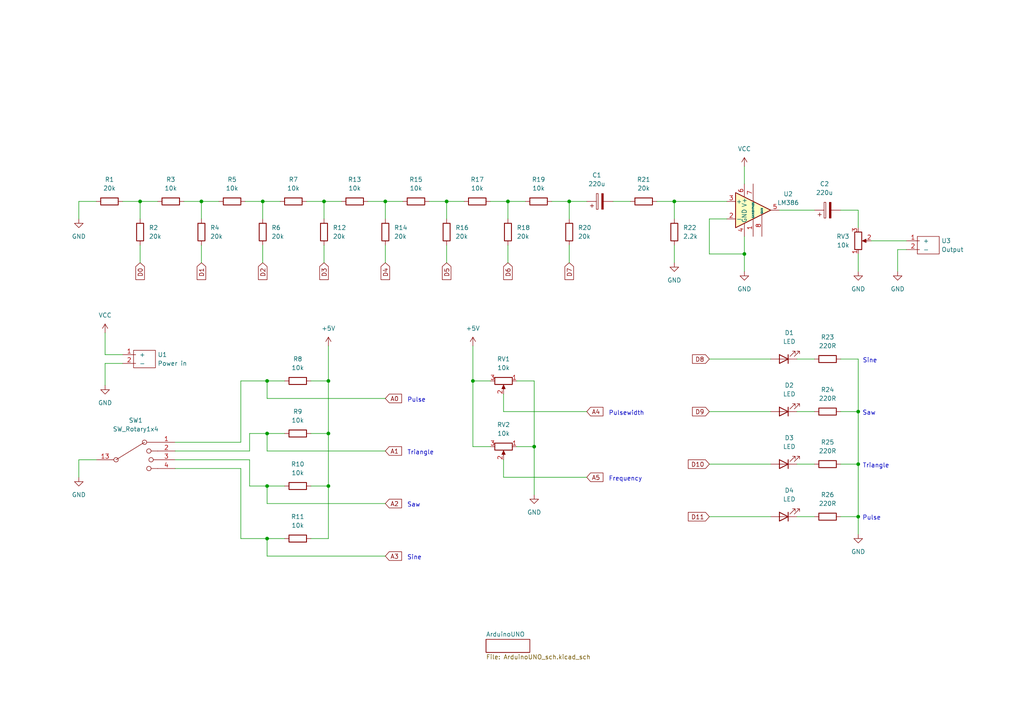
<source format=kicad_sch>
(kicad_sch (version 20211123) (generator eeschema)
  (paper "A4")
  (title_block (title "ardWaveformGenerator-AG") (date "2022-09-10") (rev "0.1"))
  (lib_symbols
    (symbol "Amplifier_Audio:LM386" (pin_names (offset 0.127))
      (property "Reference" "U" (at 1.27 7.62 0))
      (property "Value" "LM386" (at 1.27 5.08 0))
      (symbol "LM386_0_1"
        (polyline (pts (xy 5.08 0) (xy -5.08 5.08) (xy -5.08 -5.08) (xy 5.08 0)) (stroke (width 0.254)) (fill (type background)))
      )
      (symbol "LM386_1_1"
        (pin input line (at 0 -7.62 90) (length 5.08) (name "GAIN") (number "1"))
        (pin input line (at -7.62 -2.54 0) (length 2.54) (name "-") (number "2"))
        (pin input line (at -7.62 2.54 0) (length 2.54) (name "+") (number "3"))
        (pin power_in line (at -2.54 -7.62 90) (length 3.81) (name "GND") (number "4"))
        (pin output line (at 7.62 0 180) (length 2.54) (name "~") (number "5"))
        (pin power_in line (at -2.54 7.62 270) (length 3.81) (name "V+") (number "6"))
        (pin input line (at 0 7.62 270) (length 5.08) (name "BYPASS") (number "7"))
        (pin input line (at 2.54 -7.62 90) (length 6.35) (name "GAIN") (number "8"))
      )
    )
    (symbol "Device:C_Polarized" (pin_numbers hide) (pin_names (offset 0.254))
      (property "Reference" "C" (at 0.635 2.54 0))
      (property "Value" "C_Polarized" (at 0.635 -2.54 0))
      (symbol "C_Polarized_0_1"
        (rectangle (start -2.286 0.508) (end 2.286 1.016))
        (polyline (pts (xy -1.778 2.286) (xy -0.762 2.286)))
        (polyline (pts (xy -1.27 2.794) (xy -1.27 1.778)))
        (rectangle (start 2.286 -0.508) (end -2.286 -1.016) (fill (type outline)))
      )
      (symbol "C_Polarized_1_1"
        (pin passive line (at 0 3.81 270) (length 2.794) (name "~") (number "1"))
        (pin passive line (at 0 -3.81 90) (length 2.794) (name "~") (number "2"))
      )
    )
    (symbol "Device:LED" (pin_numbers hide) (pin_names (offset 1.016) hide)
      (property "Reference" "D" (at 0 2.54 0))
      (property "Value" "LED" (at 0 -2.54 0))
      (symbol "LED_0_1"
        (polyline (pts (xy -1.27 -1.27) (xy -1.27 1.27)) (stroke (width 0.254)))
        (polyline (pts (xy -1.27 0) (xy 1.27 0)))
        (polyline (pts (xy 1.27 -1.27) (xy 1.27 1.27) (xy -1.27 0) (xy 1.27 -1.27)) (stroke (width 0.254)))
        (polyline (pts (xy -3.048 -0.762) (xy -4.572 -2.286) (xy -3.81 -2.286) (xy -4.572 -2.286) (xy -4.572 -1.524)))
        (polyline (pts (xy -1.778 -0.762) (xy -3.302 -2.286) (xy -2.54 -2.286) (xy -3.302 -2.286) (xy -3.302 -1.524)))
      )
      (symbol "LED_1_1"
        (pin passive line (at -3.81 0 0) (length 2.54) (name "K") (number "1"))
        (pin passive line (at 3.81 0 180) (length 2.54) (name "A") (number "2"))
      )
    )
    (symbol "Device:R" (pin_numbers hide) (pin_names (offset 0))
      (property "Reference" "R" (at 2.032 0 90))
      (property "Value" "R" (at 0 0 90))
      (symbol "R_0_1"
        (rectangle (start -1.016 -2.54) (end 1.016 2.54) (stroke (width 0.254)))
      )
      (symbol "R_1_1"
        (pin passive line (at 0 3.81 270) (length 1.27) (name "~") (number "1"))
        (pin passive line (at 0 -3.81 90) (length 1.27) (name "~") (number "2"))
      )
    )
    (symbol "Device:R_Potentiometer" (pin_names (offset 1.016) hide)
      (property "Reference" "RV" (at -4.445 0 90))
      (property "Value" "R_Potentiometer" (at -2.54 0 90))
      (symbol "R_Potentiometer_0_1"
        (polyline (pts (xy 2.54 0) (xy 1.524 0)))
        (polyline (pts (xy 1.143 0) (xy 2.286 0.508) (xy 2.286 -0.508) (xy 1.143 0)) (fill (type outline)))
        (rectangle (start 1.016 2.54) (end -1.016 -2.54) (stroke (width 0.254)))
      )
      (symbol "R_Potentiometer_1_1"
        (pin passive line (at 0 3.81 270) (length 1.27) (name "1") (number "1"))
        (pin passive line (at 3.81 0 180) (length 1.27) (name "2") (number "2"))
        (pin passive line (at 0 -3.81 90) (length 1.27) (name "3") (number "3"))
      )
    )
    (symbol "My_Parts:2-pole_out_screw_terminal" (pin_names (offset 1.016))
      (property "Reference" "U" (at 4.445 3.175 0))
      (property "Value" "2-pole_out_screw_terminal" (at 6.35 -5.715 0))
      (symbol "2-pole_out_screw_terminal_0_1"
        (rectangle (start 3.175 1.27) (end 9.525 -3.81))
      )
      (symbol "2-pole_out_screw_terminal_1_1"
        (pin output line (at 0 0 0) (length 3.81) (name "+") (number "1"))
        (pin output line (at 0 -2.54 0) (length 3.81) (name "-") (number "2"))
      )
    )
    (symbol "My_Parts:2-pole_power_in_screw_terminal" (pin_names (offset 1.016))
      (property "Reference" "U" (at 4.445 3.175 0))
      (property "Value" "2-pole_power_in_screw_terminal" (at 6.35 -5.715 0))
      (symbol "2-pole_power_in_screw_terminal_0_1"
        (rectangle (start 3.175 1.27) (end 9.525 -3.81))
      )
      (symbol "2-pole_power_in_screw_terminal_1_1"
        (pin power_in line (at 0 0 0) (length 3.81) (name "+") (number "1"))
        (pin power_in line (at 0 -2.54 0) (length 3.81) (name "-") (number "2"))
      )
    )
    (symbol "My_Parts:SW_Rotary1x4" (pin_names (offset 1.016) hide)
      (property "Reference" "SW" (at 10.16 7.62 0))
      (property "Value" "SW_Rotary1x4" (at 12.7 -5.715 0))
      (symbol "SW_Rotary1x4_0_0"
        (polyline (pts (xy 5.715 0) (xy 13.97 5.08)))
        (polyline (pts (xy 14.605 5.08) (xy 17.78 5.08)))
        (polyline (pts (xy 15.875 -2.54) (xy 17.78 -2.54)))
        (polyline (pts (xy 15.875 2.54) (xy 17.78 2.54)))
        (polyline (pts (xy 16.51 0) (xy 17.78 0)))
        (circle (center 5.715 0) (radius 0.635))
        (circle (center 13.97 5.08) (radius 0.635))
        (circle (center 15.24 -2.54) (radius 0.635))
        (circle (center 15.24 2.54) (radius 0.635))
        (circle (center 15.875 0) (radius 0.635))
      )
      (symbol "SW_Rotary1x4_0_1"
        (pin passive line (at 22.86 5.08 180) (length 5.08) (name "1") (number "1"))
        (pin passive line (at 0 0 0) (length 5.08) (name "13") (number "13"))
        (pin passive line (at 22.86 2.54 180) (length 5.08) (name "2") (number "2"))
        (pin passive line (at 22.86 0 180) (length 5.08) (name "3") (number "3"))
        (pin passive line (at 22.86 -2.54 180) (length 5.08) (name "4") (number "4"))
      )
    )
    (symbol "power:+5V" (power) (pin_names (offset 0))
      (property "Value" "+5V" (at 0 3.556 0))
      (symbol "+5V_0_1"
        (polyline (pts (xy -0.762 1.27) (xy 0 2.54)))
        (polyline (pts (xy 0 0) (xy 0 2.54)))
        (polyline (pts (xy 0 2.54) (xy 0.762 1.27)))
      )
      (symbol "+5V_1_1"
        (pin power_in line (at 0 0 90) (length 0) hide (name "+5V") (number "1"))
      )
    )
    (symbol "power:GND" (power) (pin_names (offset 0))
      (property "Value" "GND" (at 0 -3.81 0))
      (symbol "GND_0_1"
        (polyline (pts (xy 0 0) (xy 0 -1.27) (xy 1.27 -1.27) (xy 0 -2.54) (xy -1.27 -1.27) (xy 0 -1.27)))
      )
      (symbol "GND_1_1"
        (pin power_in line (at 0 0 270) (length 0) hide (name "GND") (number "1"))
      )
    )
    (symbol "power:VCC" (power) (pin_names (offset 0))
      (property "Value" "VCC" (at 0 3.81 0))
      (symbol "VCC_0_1"
        (polyline (pts (xy -0.762 1.27) (xy 0 2.54)))
        (polyline (pts (xy 0 0) (xy 0 2.54)))
        (polyline (pts (xy 0 2.54) (xy 0.762 1.27)))
      )
      (symbol "VCC_1_1"
        (pin power_in line (at 0 0 90) (length 0) hide (name "VCC") (number "1"))
      )
    )
  )
  (junction (at 77.47 140.97))
  (junction (at 77.47 110.49))
  (junction (at 95.25 125.73))
  (junction (at 215.9 73.66))
  (junction (at 154.94 129.54))
  (junction (at 248.92 149.86))
  (junction (at 76.2 58.42))
  (junction (at 40.64 58.42))
  (junction (at 95.25 140.97))
  (junction (at 58.42 58.42))
  (junction (at 147.32 58.42))
  (junction (at 111.76 58.42))
  (junction (at 248.92 134.62))
  (junction (at 77.47 156.21))
  (junction (at 248.92 119.38))
  (junction (at 165.1 58.42))
  (junction (at 129.54 58.42))
  (junction (at 93.98 58.42))
  (junction (at 77.47 125.73))
  (junction (at 95.25 110.49))
  (junction (at 195.58 58.42))
  (junction (at 137.16 110.49))
  (wire (pts (xy 248.92 149.86) (xy 248.92 134.62)))
  (wire (pts (xy 205.74 73.66) (xy 205.74 63.5)))
  (wire (pts (xy 27.94 58.42) (xy 22.86 58.42)))
  (wire (pts (xy 111.76 58.42) (xy 106.68 58.42)))
  (wire (pts (xy 93.98 58.42) (xy 99.06 58.42)))
  (wire (pts (xy 262.89 72.39) (xy 260.35 72.39)))
  (wire (pts (xy 111.76 58.42) (xy 116.84 58.42)))
  (wire (pts (xy 252.73 69.85) (xy 262.89 69.85)))
  (wire (pts (xy 215.9 73.66) (xy 205.74 73.66)))
  (wire (pts (xy 111.76 130.81) (xy 77.47 130.81)))
  (wire (pts (xy 129.54 58.42) (xy 134.62 58.42)))
  (wire (pts (xy 77.47 146.05) (xy 77.47 140.97)))
  (wire (pts (xy 111.76 63.5) (xy 111.76 58.42)))
  (wire (pts (xy 154.94 129.54) (xy 154.94 110.49)))
  (wire (pts (xy 77.47 110.49) (xy 69.85 110.49)))
  (wire (pts (xy 147.32 71.12) (xy 147.32 76.2)))
  (wire (pts (xy 248.92 134.62) (xy 243.84 134.62)))
  (wire (pts (xy 154.94 143.51) (xy 154.94 129.54)))
  (wire (pts (xy 195.58 58.42) (xy 210.82 58.42)))
  (wire (pts (xy 165.1 58.42) (xy 170.18 58.42)))
  (wire (pts (xy 231.14 149.86) (xy 236.22 149.86)))
  (wire (pts (xy 248.92 154.94) (xy 248.92 149.86)))
  (wire (pts (xy 231.14 104.14) (xy 236.22 104.14)))
  (wire (pts (xy 95.25 125.73) (xy 90.17 125.73)))
  (wire (pts (xy 40.64 71.12) (xy 40.64 76.2)))
  (wire (pts (xy 142.24 129.54) (xy 137.16 129.54)))
  (wire (pts (xy 170.18 138.43) (xy 146.05 138.43)))
  (wire (pts (xy 95.25 140.97) (xy 90.17 140.97)))
  (wire (pts (xy 205.74 134.62) (xy 223.52 134.62)))
  (wire (pts (xy 248.92 149.86) (xy 243.84 149.86)))
  (wire (pts (xy 95.25 125.73) (xy 95.25 110.49)))
  (wire (pts (xy 226.06 60.96) (xy 236.22 60.96)))
  (wire (pts (xy 165.1 71.12) (xy 165.1 76.2)))
  (wire (pts (xy 215.9 68.58) (xy 215.9 73.66)))
  (wire (pts (xy 58.42 58.42) (xy 53.34 58.42)))
  (wire (pts (xy 205.74 119.38) (xy 223.52 119.38)))
  (wire (pts (xy 22.86 133.35) (xy 22.86 138.43)))
  (wire (pts (xy 205.74 63.5) (xy 210.82 63.5)))
  (wire (pts (xy 111.76 146.05) (xy 77.47 146.05)))
  (wire (pts (xy 77.47 156.21) (xy 69.85 156.21)))
  (wire (pts (xy 93.98 71.12) (xy 93.98 76.2)))
  (wire (pts (xy 95.25 110.49) (xy 90.17 110.49)))
  (wire (pts (xy 205.74 149.86) (xy 223.52 149.86)))
  (wire (pts (xy 40.64 63.5) (xy 40.64 58.42)))
  (wire (pts (xy 205.74 104.14) (xy 223.52 104.14)))
  (wire (pts (xy 129.54 71.12) (xy 129.54 76.2)))
  (wire (pts (xy 77.47 130.81) (xy 77.47 125.73)))
  (wire (pts (xy 147.32 58.42) (xy 142.24 58.42)))
  (wire (pts (xy 248.92 60.96) (xy 243.84 60.96)))
  (wire (pts (xy 77.47 110.49) (xy 82.55 110.49)))
  (wire (pts (xy 58.42 63.5) (xy 58.42 58.42)))
  (wire (pts (xy 260.35 72.39) (xy 260.35 78.74)))
  (wire (pts (xy 165.1 63.5) (xy 165.1 58.42)))
  (wire (pts (xy 165.1 58.42) (xy 160.02 58.42)))
  (wire (pts (xy 77.47 156.21) (xy 82.55 156.21)))
  (wire (pts (xy 69.85 110.49) (xy 69.85 128.27)))
  (wire (pts (xy 35.56 102.87) (xy 30.48 102.87)))
  (wire (pts (xy 95.25 140.97) (xy 95.25 125.73)))
  (wire (pts (xy 50.8 135.89) (xy 69.85 135.89)))
  (wire (pts (xy 137.16 129.54) (xy 137.16 110.49)))
  (wire (pts (xy 72.39 140.97) (xy 77.47 140.97)))
  (wire (pts (xy 170.18 119.38) (xy 146.05 119.38)))
  (wire (pts (xy 137.16 110.49) (xy 142.24 110.49)))
  (wire (pts (xy 248.92 104.14) (xy 243.84 104.14)))
  (wire (pts (xy 231.14 134.62) (xy 236.22 134.62)))
  (wire (pts (xy 248.92 73.66) (xy 248.92 78.74)))
  (wire (pts (xy 177.8 58.42) (xy 182.88 58.42)))
  (wire (pts (xy 129.54 63.5) (xy 129.54 58.42)))
  (wire (pts (xy 95.25 156.21) (xy 95.25 140.97)))
  (wire (pts (xy 248.92 134.62) (xy 248.92 119.38)))
  (wire (pts (xy 146.05 138.43) (xy 146.05 133.35)))
  (wire (pts (xy 215.9 73.66) (xy 215.9 78.74)))
  (wire (pts (xy 72.39 140.97) (xy 72.39 133.35)))
  (wire (pts (xy 111.76 161.29) (xy 77.47 161.29)))
  (wire (pts (xy 146.05 119.38) (xy 146.05 114.3)))
  (wire (pts (xy 154.94 110.49) (xy 149.86 110.49)))
  (wire (pts (xy 72.39 125.73) (xy 72.39 130.81)))
  (wire (pts (xy 215.9 48.26) (xy 215.9 53.34)))
  (wire (pts (xy 72.39 130.81) (xy 50.8 130.81)))
  (wire (pts (xy 50.8 133.35) (xy 72.39 133.35)))
  (wire (pts (xy 27.94 133.35) (xy 22.86 133.35)))
  (wire (pts (xy 77.47 161.29) (xy 77.47 156.21)))
  (wire (pts (xy 77.47 125.73) (xy 82.55 125.73)))
  (wire (pts (xy 195.58 71.12) (xy 195.58 76.2)))
  (wire (pts (xy 35.56 105.41) (xy 30.48 105.41)))
  (wire (pts (xy 111.76 71.12) (xy 111.76 76.2)))
  (wire (pts (xy 147.32 63.5) (xy 147.32 58.42)))
  (wire (pts (xy 95.25 100.33) (xy 95.25 110.49)))
  (wire (pts (xy 22.86 58.42) (xy 22.86 63.5)))
  (wire (pts (xy 77.47 140.97) (xy 82.55 140.97)))
  (wire (pts (xy 76.2 58.42) (xy 81.28 58.42)))
  (wire (pts (xy 248.92 119.38) (xy 248.92 104.14)))
  (wire (pts (xy 147.32 58.42) (xy 152.4 58.42)))
  (wire (pts (xy 190.5 58.42) (xy 195.58 58.42)))
  (wire (pts (xy 111.76 115.57) (xy 77.47 115.57)))
  (wire (pts (xy 93.98 58.42) (xy 88.9 58.42)))
  (wire (pts (xy 76.2 63.5) (xy 76.2 58.42)))
  (wire (pts (xy 58.42 71.12) (xy 58.42 76.2)))
  (wire (pts (xy 77.47 115.57) (xy 77.47 110.49)))
  (wire (pts (xy 40.64 58.42) (xy 45.72 58.42)))
  (wire (pts (xy 50.8 128.27) (xy 69.85 128.27)))
  (wire (pts (xy 129.54 58.42) (xy 124.46 58.42)))
  (wire (pts (xy 58.42 58.42) (xy 63.5 58.42)))
  (wire (pts (xy 76.2 58.42) (xy 71.12 58.42)))
  (wire (pts (xy 30.48 105.41) (xy 30.48 111.76)))
  (wire (pts (xy 231.14 119.38) (xy 236.22 119.38)))
  (wire (pts (xy 77.47 125.73) (xy 72.39 125.73)))
  (wire (pts (xy 248.92 119.38) (xy 243.84 119.38)))
  (wire (pts (xy 195.58 58.42) (xy 195.58 63.5)))
  (wire (pts (xy 149.86 129.54) (xy 154.94 129.54)))
  (wire (pts (xy 76.2 71.12) (xy 76.2 76.2)))
  (wire (pts (xy 30.48 102.87) (xy 30.48 96.52)))
  (wire (pts (xy 69.85 135.89) (xy 69.85 156.21)))
  (wire (pts (xy 137.16 110.49) (xy 137.16 100.33)))
  (wire (pts (xy 248.92 66.04) (xy 248.92 60.96)))
  (wire (pts (xy 40.64 58.42) (xy 35.56 58.42)))
  (wire (pts (xy 93.98 63.5) (xy 93.98 58.42)))
  (wire (pts (xy 90.17 156.21) (xy 95.25 156.21)))
  (text "Saw" (at 118.0678 147.245 0) (effects (font (size 1.27 1.27)) (justify left bottom)))
  (text "Sine" (at 250.19 105.41 0) (effects (font (size 1.27 1.27)) (justify left bottom)))
  (text "Pulse" (at 250.1247 151.0317 0) (effects (font (size 1.27 1.27)) (justify left bottom)))
  (text "Frequency" (at 176.53 139.7 0) (effects (font (size 1.27 1.27)) (justify left bottom)))
  (text "Pulse" (at 118.11 116.84 0) (effects (font (size 1.27 1.27)) (justify left bottom)))
  (text "Triangle" (at 250.19 135.89 0) (effects (font (size 1.27 1.27)) (justify left bottom)))
  (text "Sine" (at 118.0678 162.5321 0) (effects (font (size 1.27 1.27)) (justify left bottom)))
  (text "Saw" (at 250.1247 120.5978 0) (effects (font (size 1.27 1.27)) (justify left bottom)))
  (text "Triangle" (at 118.11 132.08 0) (effects (font (size 1.27 1.27)) (justify left bottom)))
  (text "Pulsewidth" (at 176.53 120.65 0) (effects (font (size 1.27 1.27)) (justify left bottom)))
  (global_label "A3" (shape input) (at 111.76 161.29 0) (property "Intersheet References" "${INTERSHEET_REFS}" (effects hide)))
  (global_label "A5" (shape input) (at 170.18 138.43 0) (property "Intersheet References" "${INTERSHEET_REFS}" (effects hide)))
  (global_label "D3" (shape input) (at 93.98 76.2 270) (property "Intersheet References" "${INTERSHEET_REFS}" (effects hide)))
  (global_label "A4" (shape input) (at 170.18 119.38 0) (property "Intersheet References" "${INTERSHEET_REFS}" (effects hide)))
  (global_label "D4" (shape input) (at 111.76 76.2 270) (property "Intersheet References" "${INTERSHEET_REFS}" (effects hide)))
  (global_label "D2" (shape input) (at 76.2 76.2 270) (property "Intersheet References" "${INTERSHEET_REFS}" (effects hide)))
  (global_label "A1" (shape input) (at 111.76 130.81 0) (property "Intersheet References" "${INTERSHEET_REFS}" (effects hide)))
  (global_label "D11" (shape input) (at 205.74 149.86 180) (property "Intersheet References" "${INTERSHEET_REFS}" (effects hide)))
  (global_label "D8" (shape input) (at 205.74 104.14 180) (property "Intersheet References" "${INTERSHEET_REFS}" (effects hide)))
  (global_label "A2" (shape input) (at 111.76 146.05 0) (property "Intersheet References" "${INTERSHEET_REFS}" (effects hide)))
  (global_label "D7" (shape input) (at 165.1 76.2 270) (property "Intersheet References" "${INTERSHEET_REFS}" (effects hide)))
  (global_label "D10" (shape input) (at 205.74 134.62 180) (property "Intersheet References" "${INTERSHEET_REFS}" (effects hide)))
  (global_label "A0" (shape input) (at 111.76 115.57 0) (property "Intersheet References" "${INTERSHEET_REFS}" (effects hide)))
  (global_label "D5" (shape input) (at 129.54 76.2 270) (property "Intersheet References" "${INTERSHEET_REFS}" (effects hide)))
  (global_label "D9" (shape input) (at 205.74 119.38 180) (property "Intersheet References" "${INTERSHEET_REFS}" (effects hide)))
  (global_label "D1" (shape input) (at 58.42 76.2 270) (property "Intersheet References" "${INTERSHEET_REFS}" (effects hide)))
  (global_label "D0" (shape input) (at 40.64 76.2 270) (property "Intersheet References" "${INTERSHEET_REFS}" (effects hide)))
  (global_label "D6" (shape input) (at 147.32 76.2 270) (property "Intersheet References" "${INTERSHEET_REFS}" (effects hide)))
  (symbol (lib_id "Device:R") (at 156.21 58.42 90) (unit 1)
    (property "Reference" "R19" (at 156.21 52.07 90))
    (property "Value" "10k" (at 156.21 54.61 90))
    (property "Footprint" "My_Misc:R_Axial_DIN0207_L6.3mm_D2.5mm_P10.16mm_Horizontal_large" (effects hide))
  )
  (symbol (lib_id "power:GND") (at 248.92 78.74 0) (unit 1)
    (property "Reference" "#PWR011" (effects hide))
    (property "Value" "GND" (at 248.92 83.82 0))
  )
  (symbol (lib_id "power:+5V") (at 95.25 100.33 0) (unit 1)
    (property "Reference" "#PWR05" (effects hide))
    (property "Value" "+5V" (at 95.25 95.25 0))
  )
  (symbol (lib_id "power:GND") (at 260.35 78.74 0) (unit 1)
    (property "Reference" "#PWR013" (effects hide))
    (property "Value" "GND" (at 260.35 83.82 0))
  )
  (symbol (lib_id "power:GND") (at 22.86 138.43 0) (unit 1)
    (property "Reference" "#PWR02" (effects hide))
    (property "Value" "GND" (at 22.86 143.51 0))
  )
  (symbol (lib_id "power:VCC") (at 30.48 96.52 0) (unit 1)
    (property "Reference" "#PWR03" (effects hide))
    (property "Value" "VCC" (at 30.48 91.44 0))
  )
  (symbol (lib_id "power:GND") (at 154.94 143.51 0) (unit 1)
    (property "Reference" "#PWR07" (effects hide))
    (property "Value" "GND" (at 154.94 148.59 0))
  )
  (symbol (lib_id "Device:R") (at 93.98 67.31 180) (unit 1)
    (property "Reference" "R12" (at 96.52 66.0399 0) (effects (justify right)))
    (property "Value" "20k" (at 96.52 68.5799 0) (effects (justify right)))
    (property "Footprint" "My_Parts:R_Axial_parallell_DIN0207_L6.3mm_D2.5mm_P10.16mm_Horizontal_large" (effects hide))
  )
  (symbol (lib_id "Device:R_Potentiometer") (at 146.05 129.54 270) (unit 1)
    (property "Reference" "RV2" (at 146.05 123.19 90))
    (property "Value" "10k" (at 146.05 125.73 90))
    (property "Footprint" "My_Headers:3-pin JST Potentiometer" (effects hide))
  )
  (symbol (lib_id "Device:R") (at 195.58 67.31 0) (unit 1)
    (property "Reference" "R22" (at 198.12 66.0399 0) (effects (justify left)))
    (property "Value" "2.2k" (at 198.12 68.5799 0) (effects (justify left)))
    (property "Footprint" "My_Misc:R_Axial_DIN0207_L6.3mm_D2.5mm_P10.16mm_Horizontal_large" (effects hide))
  )
  (symbol (lib_id "Device:R") (at 240.03 119.38 90) (unit 1)
    (property "Reference" "R24" (at 240.03 113.03 90))
    (property "Value" "220R" (at 240.03 115.57 90))
    (property "Footprint" "My_Misc:R_Axial_DIN0207_L6.3mm_D2.5mm_P10.16mm_Horizontal_large" (effects hide))
  )
  (symbol (lib_id "Device:R") (at 147.32 67.31 180) (unit 1)
    (property "Reference" "R18" (at 149.86 66.0399 0) (effects (justify right)))
    (property "Value" "20k" (at 149.86 68.5799 0) (effects (justify right)))
    (property "Footprint" "My_Parts:R_Axial_parallell_DIN0207_L6.3mm_D2.5mm_P10.16mm_Horizontal_large" (effects hide))
  )
  (symbol (lib_id "power:GND") (at 248.92 154.94 0) (unit 1)
    (property "Reference" "#PWR012" (effects hide))
    (property "Value" "GND" (at 248.92 160.02 0))
  )
  (symbol (lib_id "Device:R") (at 31.75 58.42 90) (unit 1)
    (property "Reference" "R1" (at 31.75 52.07 90))
    (property "Value" "20k" (at 31.75 54.61 90))
    (property "Footprint" "My_Parts:R_Axial_parallell_DIN0207_L6.3mm_D2.5mm_P10.16mm_Horizontal_large" (effects hide))
  )
  (symbol (lib_id "Device:R") (at 86.36 110.49 90) (unit 1)
    (property "Reference" "R8" (at 86.36 104.14 90))
    (property "Value" "10k" (at 86.36 106.68 90))
    (property "Footprint" "My_Misc:R_Axial_DIN0207_L6.3mm_D2.5mm_P10.16mm_Horizontal_large" (effects hide))
  )
  (symbol (lib_id "Device:R") (at 240.03 149.86 90) (unit 1)
    (property "Reference" "R26" (at 240.03 143.51 90))
    (property "Value" "220R" (at 240.03 146.05 90))
    (property "Footprint" "My_Misc:R_Axial_DIN0207_L6.3mm_D2.5mm_P10.16mm_Horizontal_large" (effects hide))
  )
  (symbol (lib_id "power:GND") (at 30.48 111.76 0) (unit 1)
    (property "Reference" "#PWR04" (effects hide))
    (property "Value" "GND" (at 30.48 116.84 0))
  )
  (symbol (lib_id "Device:C_Polarized") (at 240.03 60.96 90) (unit 1)
    (property "Reference" "C2" (at 239.141 53.34 90))
    (property "Value" "220u" (at 239.141 55.88 90))
    (property "Footprint" "My_Misc:CP_Radial_D8.0mm_P3.50mm_large" (effects hide))
  )
  (symbol (lib_id "Device:R") (at 58.42 67.31 180) (unit 1)
    (property "Reference" "R4" (at 60.96 66.0399 0) (effects (justify right)))
    (property "Value" "20k" (at 60.96 68.5799 0) (effects (justify right)))
    (property "Footprint" "My_Parts:R_Axial_parallell_DIN0207_L6.3mm_D2.5mm_P10.16mm_Horizontal_large" (effects hide))
  )
  (symbol (lib_id "Device:LED") (at 227.33 134.62 180) (unit 1)
    (property "Reference" "D3" (at 228.9175 127 0))
    (property "Value" "LED" (at 228.9175 129.54 0))
    (property "Footprint" "My_Misc:LED_D5.0mm_large" (effects hide))
  )
  (symbol (lib_id "Device:R") (at 102.87 58.42 90) (unit 1)
    (property "Reference" "R13" (at 102.87 52.07 90))
    (property "Value" "10k" (at 102.87 54.61 90))
    (property "Footprint" "My_Misc:R_Axial_DIN0207_L6.3mm_D2.5mm_P10.16mm_Horizontal_large" (effects hide))
  )
  (symbol (lib_id "Device:R") (at 86.36 156.21 90) (unit 1)
    (property "Reference" "R11" (at 86.36 149.86 90))
    (property "Value" "10k" (at 86.36 152.4 90))
    (property "Footprint" "My_Misc:R_Axial_DIN0207_L6.3mm_D2.5mm_P10.16mm_Horizontal_large" (effects hide))
  )
  (symbol (lib_id "Device:R") (at 186.69 58.42 90) (unit 1)
    (property "Reference" "R21" (at 186.69 52.07 90))
    (property "Value" "20k" (at 186.69 54.61 90))
    (property "Footprint" "My_Parts:R_Axial_parallell_DIN0207_L6.3mm_D2.5mm_P10.16mm_Horizontal_large" (effects hide))
  )
  (symbol (lib_id "Device:R") (at 240.03 104.14 90) (unit 1)
    (property "Reference" "R23" (at 240.03 97.79 90))
    (property "Value" "220R" (at 240.03 100.33 90))
    (property "Footprint" "My_Misc:R_Axial_DIN0207_L6.3mm_D2.5mm_P10.16mm_Horizontal_large" (effects hide))
  )
  (symbol (lib_id "Device:R") (at 76.2 67.31 180) (unit 1)
    (property "Reference" "R6" (at 78.74 66.0399 0) (effects (justify right)))
    (property "Value" "20k" (at 78.74 68.5799 0) (effects (justify right)))
    (property "Footprint" "My_Parts:R_Axial_parallell_DIN0207_L6.3mm_D2.5mm_P10.16mm_Horizontal_large" (effects hide))
  )
  (symbol (lib_id "power:GND") (at 215.9 78.74 0) (unit 1)
    (property "Reference" "#PWR010" (effects hide))
    (property "Value" "GND" (at 215.9 83.82 0))
  )
  (symbol (lib_id "My_Parts:SW_Rotary1x4") (at 27.94 133.35 0) (unit 1)
    (property "Reference" "SW1" (at 39.37 121.92 0))
    (property "Value" "SW_Rotary1x4" (at 39.37 124.46 0))
    (property "Footprint" "My_Headers:5-pin JST SW_Rotary1x4" (effects hide))
    (property "Datasheet" "http://cdn-reichelt.de/documents/datenblatt/C200/DS-Serie%23LOR.pdf" (effects hide))
  )
  (symbol (lib_id "Amplifier_Audio:LM386") (at 218.44 60.96 0) (unit 1)
    (property "Reference" "U2" (at 228.6 56.261 0))
    (property "Value" "LM386" (at 228.6 58.801 0))
    (property "Footprint" "My_Misc:DIP-8_W7.62mm_Socket_w_dip_packet_LongPads" (effects hide))
    (property "Datasheet" "http://www.ti.com/lit/ds/symlink/lm386.pdf" (effects hide))
  )
  (symbol (lib_id "Device:R") (at 129.54 67.31 180) (unit 1)
    (property "Reference" "R16" (at 132.08 66.0399 0) (effects (justify right)))
    (property "Value" "20k" (at 132.08 68.5799 0) (effects (justify right)))
    (property "Footprint" "My_Parts:R_Axial_parallell_DIN0207_L6.3mm_D2.5mm_P10.16mm_Horizontal_large" (effects hide))
  )
  (symbol (lib_id "My_Parts:2-pole_out_screw_terminal") (at 262.89 69.85 0) (unit 1)
    (property "Reference" "U3" (at 273.05 69.8499 0) (effects (justify left)))
    (property "Value" "Output" (at 273.05 72.3899 0) (effects (justify left)))
    (property "Footprint" "My_Parts:2-pole_power_in_screw_terminal" (effects hide))
  )
  (symbol (lib_id "Device:R") (at 111.76 67.31 180) (unit 1)
    (property "Reference" "R14" (at 114.3 66.0399 0) (effects (justify right)))
    (property "Value" "20k" (at 114.3 68.5799 0) (effects (justify right)))
    (property "Footprint" "My_Parts:R_Axial_parallell_DIN0207_L6.3mm_D2.5mm_P10.16mm_Horizontal_large" (effects hide))
  )
  (symbol (lib_id "power:GND") (at 22.86 63.5 0) (unit 1)
    (property "Reference" "#PWR01" (effects hide))
    (property "Value" "GND" (at 22.86 68.58 0))
  )
  (symbol (lib_id "Device:R") (at 86.36 125.73 90) (unit 1)
    (property "Reference" "R9" (at 86.36 119.38 90))
    (property "Value" "10k" (at 86.36 121.92 90))
    (property "Footprint" "My_Misc:R_Axial_DIN0207_L6.3mm_D2.5mm_P10.16mm_Horizontal_large" (effects hide))
  )
  (symbol (lib_id "Device:R") (at 49.53 58.42 90) (unit 1)
    (property "Reference" "R3" (at 49.53 52.07 90))
    (property "Value" "10k" (at 49.53 54.61 90))
    (property "Footprint" "My_Misc:R_Axial_DIN0207_L6.3mm_D2.5mm_P10.16mm_Horizontal_large" (effects hide))
  )
  (symbol (lib_id "Device:R") (at 86.36 140.97 90) (unit 1)
    (property "Reference" "R10" (at 86.36 134.62 90))
    (property "Value" "10k" (at 86.36 137.16 90))
    (property "Footprint" "My_Misc:R_Axial_DIN0207_L6.3mm_D2.5mm_P10.16mm_Horizontal_large" (effects hide))
  )
  (symbol (lib_id "Device:R_Potentiometer") (at 146.05 110.49 270) (unit 1)
    (property "Reference" "RV1" (at 146.05 104.14 90))
    (property "Value" "10k" (at 146.05 106.68 90))
    (property "Footprint" "My_Headers:3-pin JST Potentiometer" (effects hide))
  )
  (symbol (lib_id "Device:R") (at 85.09 58.42 90) (unit 1)
    (property "Reference" "R7" (at 85.09 52.07 90))
    (property "Value" "10k" (at 85.09 54.61 90))
    (property "Footprint" "My_Misc:R_Axial_DIN0207_L6.3mm_D2.5mm_P10.16mm_Horizontal_large" (effects hide))
  )
  (symbol (lib_id "power:VCC") (at 215.9 48.26 0) (unit 1)
    (property "Reference" "#PWR09" (effects hide))
    (property "Value" "VCC" (at 215.9 43.18 0))
  )
  (symbol (lib_id "Device:LED") (at 227.33 119.38 180) (unit 1)
    (property "Reference" "D2" (at 228.9175 111.76 0))
    (property "Value" "LED" (at 228.9175 114.3 0))
    (property "Footprint" "My_Misc:LED_D5.0mm_large" (effects hide))
  )
  (symbol (lib_id "Device:R") (at 67.31 58.42 90) (unit 1)
    (property "Reference" "R5" (at 67.31 52.07 90))
    (property "Value" "10k" (at 67.31 54.61 90))
    (property "Footprint" "My_Misc:R_Axial_DIN0207_L6.3mm_D2.5mm_P10.16mm_Horizontal_large" (effects hide))
  )
  (symbol (lib_id "Device:LED") (at 227.33 149.86 180) (unit 1)
    (property "Reference" "D4" (at 228.9175 142.24 0))
    (property "Value" "LED" (at 228.9175 144.78 0))
    (property "Footprint" "My_Misc:LED_D5.0mm_large" (effects hide))
  )
  (symbol (lib_id "Device:R") (at 120.65 58.42 90) (unit 1)
    (property "Reference" "R15" (at 120.65 52.07 90))
    (property "Value" "10k" (at 120.65 54.61 90))
    (property "Footprint" "My_Misc:R_Axial_DIN0207_L6.3mm_D2.5mm_P10.16mm_Horizontal_large" (effects hide))
  )
  (symbol (lib_id "Device:R") (at 138.43 58.42 90) (unit 1)
    (property "Reference" "R17" (at 138.43 52.07 90))
    (property "Value" "10k" (at 138.43 54.61 90))
    (property "Footprint" "My_Misc:R_Axial_DIN0207_L6.3mm_D2.5mm_P10.16mm_Horizontal_large" (effects hide))
  )
  (symbol (lib_id "Device:R_Potentiometer") (at 248.92 69.85 0) (mirror x) (unit 1)
    (property "Reference" "RV3" (at 246.38 68.5799 0) (effects (justify right)))
    (property "Value" "10k" (at 246.38 71.1199 0) (effects (justify right)))
    (property "Footprint" "My_Headers:3-pin JST Potentiometer" (effects hide))
  )
  (symbol (lib_id "Device:LED") (at 227.33 104.14 180) (unit 1)
    (property "Reference" "D1" (at 228.9175 96.52 0))
    (property "Value" "LED" (at 228.9175 99.06 0))
    (property "Footprint" "My_Misc:LED_D5.0mm_large" (effects hide))
  )
  (symbol (lib_id "Device:R") (at 165.1 67.31 180) (unit 1)
    (property "Reference" "R20" (at 167.64 66.0399 0) (effects (justify right)))
    (property "Value" "20k" (at 167.64 68.5799 0) (effects (justify right)))
    (property "Footprint" "My_Parts:R_Axial_parallell_DIN0207_L6.3mm_D2.5mm_P10.16mm_Horizontal_large" (effects hide))
  )
  (symbol (lib_id "Device:R") (at 240.03 134.62 90) (unit 1)
    (property "Reference" "R25" (at 240.03 128.27 90))
    (property "Value" "220R" (at 240.03 130.81 90))
    (property "Footprint" "My_Misc:R_Axial_DIN0207_L6.3mm_D2.5mm_P10.16mm_Horizontal_large" (effects hide))
  )
  (symbol (lib_id "power:+5V") (at 137.16 100.33 0) (unit 1)
    (property "Reference" "#PWR06" (effects hide))
    (property "Value" "+5V" (at 137.16 95.25 0))
  )
  (symbol (lib_id "Device:C_Polarized") (at 173.99 58.42 90) (unit 1)
    (property "Reference" "C1" (at 173.101 50.8 90))
    (property "Value" "220u" (at 173.101 53.34 90))
    (property "Footprint" "My_Misc:CP_Radial_D8.0mm_P3.50mm_large" (effects hide))
  )
  (symbol (lib_id "power:GND") (at 195.58 76.2 0) (unit 1)
    (property "Reference" "#PWR08" (effects hide))
    (property "Value" "GND" (at 195.58 81.28 0))
  )
  (symbol (lib_id "My_Parts:2-pole_power_in_screw_terminal") (at 35.56 102.87 0) (unit 1)
    (property "Reference" "U1" (at 45.72 102.8699 0) (effects (justify left)))
    (property "Value" "Power in" (at 45.72 105.4099 0) (effects (justify left)))
    (property "Footprint" "My_Parts:2-pole_power_in_screw_terminal" (effects hide))
  )
  (symbol (lib_id "Device:R") (at 40.64 67.31 180) (unit 1)
    (property "Reference" "R2" (at 43.18 66.0399 0) (effects (justify right)))
    (property "Value" "20k" (at 43.18 68.5799 0) (effects (justify right)))
    (property "Footprint" "My_Parts:R_Axial_parallell_DIN0207_L6.3mm_D2.5mm_P10.16mm_Horizontal_large" (effects hide))
  )
  (sheet (at 140.97 185.42) (size 12.7 3.81) (stroke (width 0.1524))
    (property "Sheet name" "ArduinoUNO" (at 140.97 184.7084 0) (effects (justify left bottom)))
    (property "Sheet file" "ArduinoUNO_sch.kicad_sch" (at 140.97 189.8146 0) (effects (justify left top)))
  )
)
</source>
